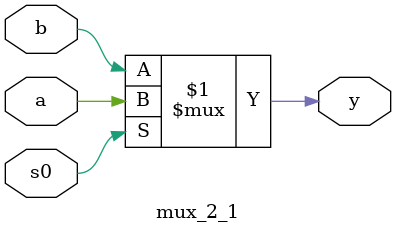
<source format=v>
module mux_2_1 (
    input  wire a,
    input  wire b,
    input  wire s0,
    output wire y
);
  assign y = (s0) ? a : b;

endmodule

</source>
